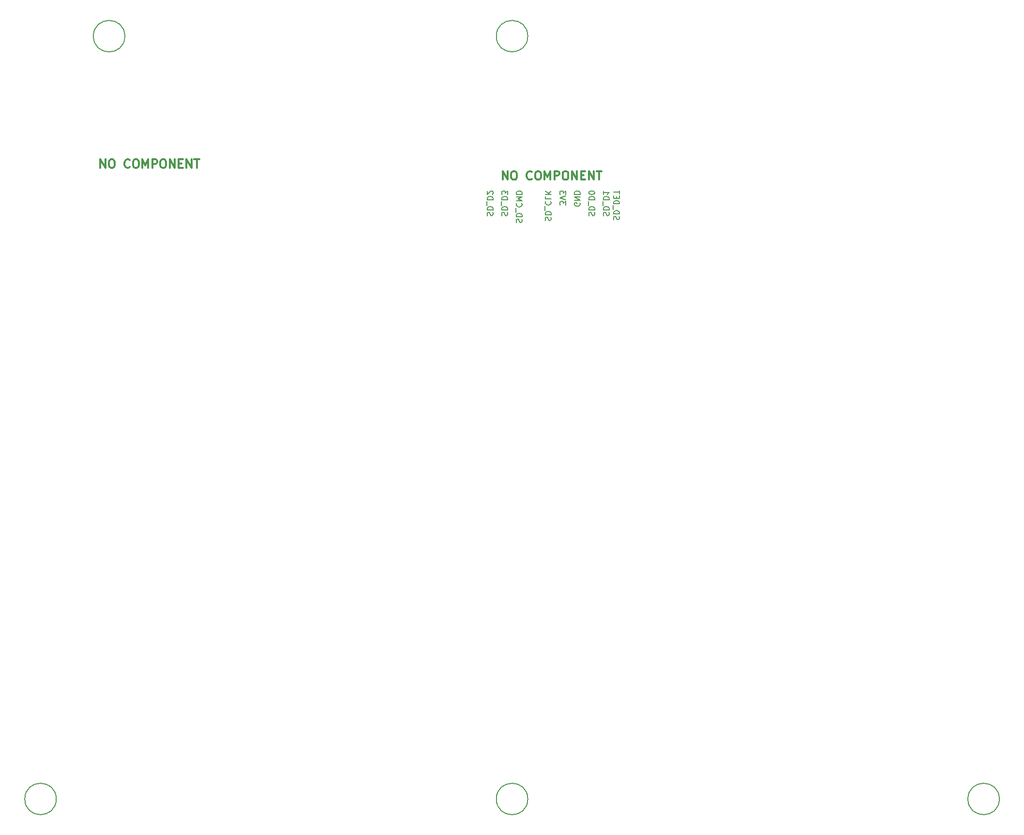
<source format=gbr>
G04 #@! TF.FileFunction,Other,Comment*
%FSLAX46Y46*%
G04 Gerber Fmt 4.6, Leading zero omitted, Abs format (unit mm)*
G04 Created by KiCad (PCBNEW (2016-11-19 revision b960404)-makepkg) date Tue Nov 29 21:53:07 2016*
%MOMM*%
%LPD*%
G01*
G04 APERTURE LIST*
%ADD10C,0.100000*%
%ADD11C,0.300000*%
%ADD12C,0.150000*%
G04 APERTURE END LIST*
D10*
D11*
X-1527855Y-23063591D02*
X-1527855Y-21563591D01*
X-670712Y-23063591D01*
X-670712Y-21563591D01*
X329288Y-21563591D02*
X615002Y-21563591D01*
X757860Y-21635020D01*
X900717Y-21777877D01*
X972145Y-22063591D01*
X972145Y-22563591D01*
X900717Y-22849305D01*
X757860Y-22992162D01*
X615002Y-23063591D01*
X329288Y-23063591D01*
X186431Y-22992162D01*
X43574Y-22849305D01*
X-27855Y-22563591D01*
X-27855Y-22063591D01*
X43574Y-21777877D01*
X186431Y-21635020D01*
X329288Y-21563591D01*
X3615002Y-22920734D02*
X3543574Y-22992162D01*
X3329288Y-23063591D01*
X3186431Y-23063591D01*
X2972145Y-22992162D01*
X2829288Y-22849305D01*
X2757860Y-22706448D01*
X2686431Y-22420734D01*
X2686431Y-22206448D01*
X2757860Y-21920734D01*
X2829288Y-21777877D01*
X2972145Y-21635020D01*
X3186431Y-21563591D01*
X3329288Y-21563591D01*
X3543574Y-21635020D01*
X3615002Y-21706448D01*
X4543574Y-21563591D02*
X4829288Y-21563591D01*
X4972145Y-21635020D01*
X5115002Y-21777877D01*
X5186431Y-22063591D01*
X5186431Y-22563591D01*
X5115002Y-22849305D01*
X4972145Y-22992162D01*
X4829288Y-23063591D01*
X4543574Y-23063591D01*
X4400717Y-22992162D01*
X4257860Y-22849305D01*
X4186431Y-22563591D01*
X4186431Y-22063591D01*
X4257860Y-21777877D01*
X4400717Y-21635020D01*
X4543574Y-21563591D01*
X5829288Y-23063591D02*
X5829288Y-21563591D01*
X6329288Y-22635020D01*
X6829288Y-21563591D01*
X6829288Y-23063591D01*
X7543574Y-23063591D02*
X7543574Y-21563591D01*
X8115002Y-21563591D01*
X8257860Y-21635020D01*
X8329288Y-21706448D01*
X8400717Y-21849305D01*
X8400717Y-22063591D01*
X8329288Y-22206448D01*
X8257860Y-22277877D01*
X8115002Y-22349305D01*
X7543574Y-22349305D01*
X9329288Y-21563591D02*
X9615002Y-21563591D01*
X9757860Y-21635020D01*
X9900717Y-21777877D01*
X9972145Y-22063591D01*
X9972145Y-22563591D01*
X9900717Y-22849305D01*
X9757860Y-22992162D01*
X9615002Y-23063591D01*
X9329288Y-23063591D01*
X9186431Y-22992162D01*
X9043574Y-22849305D01*
X8972145Y-22563591D01*
X8972145Y-22063591D01*
X9043574Y-21777877D01*
X9186431Y-21635020D01*
X9329288Y-21563591D01*
X10615002Y-23063591D02*
X10615002Y-21563591D01*
X11472145Y-23063591D01*
X11472145Y-21563591D01*
X12186431Y-22277877D02*
X12686431Y-22277877D01*
X12900717Y-23063591D02*
X12186431Y-23063591D01*
X12186431Y-21563591D01*
X12900717Y-21563591D01*
X13543574Y-23063591D02*
X13543574Y-21563591D01*
X14400717Y-23063591D01*
X14400717Y-21563591D01*
X14900717Y-21563591D02*
X15757860Y-21563591D01*
X15329288Y-23063591D02*
X15329288Y-21563591D01*
X68840305Y-25118451D02*
X68840305Y-23618451D01*
X69697448Y-25118451D01*
X69697448Y-23618451D01*
X70697448Y-23618451D02*
X70983162Y-23618451D01*
X71126020Y-23689880D01*
X71268877Y-23832737D01*
X71340305Y-24118451D01*
X71340305Y-24618451D01*
X71268877Y-24904165D01*
X71126020Y-25047022D01*
X70983162Y-25118451D01*
X70697448Y-25118451D01*
X70554591Y-25047022D01*
X70411734Y-24904165D01*
X70340305Y-24618451D01*
X70340305Y-24118451D01*
X70411734Y-23832737D01*
X70554591Y-23689880D01*
X70697448Y-23618451D01*
X73983162Y-24975594D02*
X73911734Y-25047022D01*
X73697448Y-25118451D01*
X73554591Y-25118451D01*
X73340305Y-25047022D01*
X73197448Y-24904165D01*
X73126020Y-24761308D01*
X73054591Y-24475594D01*
X73054591Y-24261308D01*
X73126020Y-23975594D01*
X73197448Y-23832737D01*
X73340305Y-23689880D01*
X73554591Y-23618451D01*
X73697448Y-23618451D01*
X73911734Y-23689880D01*
X73983162Y-23761308D01*
X74911734Y-23618451D02*
X75197448Y-23618451D01*
X75340305Y-23689880D01*
X75483162Y-23832737D01*
X75554591Y-24118451D01*
X75554591Y-24618451D01*
X75483162Y-24904165D01*
X75340305Y-25047022D01*
X75197448Y-25118451D01*
X74911734Y-25118451D01*
X74768877Y-25047022D01*
X74626020Y-24904165D01*
X74554591Y-24618451D01*
X74554591Y-24118451D01*
X74626020Y-23832737D01*
X74768877Y-23689880D01*
X74911734Y-23618451D01*
X76197448Y-25118451D02*
X76197448Y-23618451D01*
X76697448Y-24689880D01*
X77197448Y-23618451D01*
X77197448Y-25118451D01*
X77911734Y-25118451D02*
X77911734Y-23618451D01*
X78483162Y-23618451D01*
X78626020Y-23689880D01*
X78697448Y-23761308D01*
X78768877Y-23904165D01*
X78768877Y-24118451D01*
X78697448Y-24261308D01*
X78626020Y-24332737D01*
X78483162Y-24404165D01*
X77911734Y-24404165D01*
X79697448Y-23618451D02*
X79983162Y-23618451D01*
X80126020Y-23689880D01*
X80268877Y-23832737D01*
X80340305Y-24118451D01*
X80340305Y-24618451D01*
X80268877Y-24904165D01*
X80126020Y-25047022D01*
X79983162Y-25118451D01*
X79697448Y-25118451D01*
X79554591Y-25047022D01*
X79411734Y-24904165D01*
X79340305Y-24618451D01*
X79340305Y-24118451D01*
X79411734Y-23832737D01*
X79554591Y-23689880D01*
X79697448Y-23618451D01*
X80983162Y-25118451D02*
X80983162Y-23618451D01*
X81840305Y-25118451D01*
X81840305Y-23618451D01*
X82554591Y-24332737D02*
X83054591Y-24332737D01*
X83268877Y-25118451D02*
X82554591Y-25118451D01*
X82554591Y-23618451D01*
X83268877Y-23618451D01*
X83911734Y-25118451D02*
X83911734Y-23618451D01*
X84768877Y-25118451D01*
X84768877Y-23618451D01*
X85268877Y-23618451D02*
X86126020Y-23618451D01*
X85697448Y-25118451D02*
X85697448Y-23618451D01*
D12*
X88302298Y-32108456D02*
X88254679Y-31965599D01*
X88254679Y-31727503D01*
X88302298Y-31632265D01*
X88349917Y-31584646D01*
X88445155Y-31537027D01*
X88540393Y-31537027D01*
X88635631Y-31584646D01*
X88683250Y-31632265D01*
X88730869Y-31727503D01*
X88778488Y-31917980D01*
X88826107Y-32013218D01*
X88873726Y-32060837D01*
X88968964Y-32108456D01*
X89064202Y-32108456D01*
X89159440Y-32060837D01*
X89207060Y-32013218D01*
X89254679Y-31917980D01*
X89254679Y-31679884D01*
X89207060Y-31537027D01*
X88254679Y-31108456D02*
X89254679Y-31108456D01*
X89254679Y-30870360D01*
X89207060Y-30727503D01*
X89111821Y-30632265D01*
X89016583Y-30584646D01*
X88826107Y-30537027D01*
X88683250Y-30537027D01*
X88492774Y-30584646D01*
X88397536Y-30632265D01*
X88302298Y-30727503D01*
X88254679Y-30870360D01*
X88254679Y-31108456D01*
X88159440Y-30346551D02*
X88159440Y-29584646D01*
X88254679Y-29346551D02*
X89254679Y-29346551D01*
X89254679Y-29108456D01*
X89207060Y-28965599D01*
X89111821Y-28870360D01*
X89016583Y-28822741D01*
X88826107Y-28775122D01*
X88683250Y-28775122D01*
X88492774Y-28822741D01*
X88397536Y-28870360D01*
X88302298Y-28965599D01*
X88254679Y-29108456D01*
X88254679Y-29346551D01*
X88778488Y-28346551D02*
X88778488Y-28013218D01*
X88254679Y-27870360D02*
X88254679Y-28346551D01*
X89254679Y-28346551D01*
X89254679Y-27870360D01*
X89254679Y-27584646D02*
X89254679Y-27013218D01*
X88254679Y-27298932D02*
X89254679Y-27298932D01*
X82349060Y-29203694D02*
X82396679Y-29298932D01*
X82396679Y-29441789D01*
X82349060Y-29584646D01*
X82253821Y-29679884D01*
X82158583Y-29727503D01*
X81968107Y-29775122D01*
X81825250Y-29775122D01*
X81634774Y-29727503D01*
X81539536Y-29679884D01*
X81444298Y-29584646D01*
X81396679Y-29441789D01*
X81396679Y-29346551D01*
X81444298Y-29203694D01*
X81491917Y-29156075D01*
X81825250Y-29156075D01*
X81825250Y-29346551D01*
X81396679Y-28727503D02*
X82396679Y-28727503D01*
X81396679Y-28156075D01*
X82396679Y-28156075D01*
X81396679Y-27679884D02*
X82396679Y-27679884D01*
X82396679Y-27441789D01*
X82349060Y-27298932D01*
X82253821Y-27203694D01*
X82158583Y-27156075D01*
X81968107Y-27108456D01*
X81825250Y-27108456D01*
X81634774Y-27156075D01*
X81539536Y-27203694D01*
X81444298Y-27298932D01*
X81396679Y-27441789D01*
X81396679Y-27679884D01*
X79856679Y-29537027D02*
X79856679Y-28917980D01*
X79475726Y-29251313D01*
X79475726Y-29108456D01*
X79428107Y-29013218D01*
X79380488Y-28965599D01*
X79285250Y-28917980D01*
X79047155Y-28917980D01*
X78951917Y-28965599D01*
X78904298Y-29013218D01*
X78856679Y-29108456D01*
X78856679Y-29394170D01*
X78904298Y-29489408D01*
X78951917Y-29537027D01*
X79856679Y-28632265D02*
X78856679Y-28298932D01*
X79856679Y-27965599D01*
X79856679Y-27727503D02*
X79856679Y-27108456D01*
X79475726Y-27441789D01*
X79475726Y-27298932D01*
X79428107Y-27203694D01*
X79380488Y-27156075D01*
X79285250Y-27108456D01*
X79047155Y-27108456D01*
X78951917Y-27156075D01*
X78904298Y-27203694D01*
X78856679Y-27298932D01*
X78856679Y-27584646D01*
X78904298Y-27679884D01*
X78951917Y-27727503D01*
X83984298Y-31394170D02*
X83936679Y-31251313D01*
X83936679Y-31013218D01*
X83984298Y-30917980D01*
X84031917Y-30870360D01*
X84127155Y-30822741D01*
X84222393Y-30822741D01*
X84317631Y-30870360D01*
X84365250Y-30917980D01*
X84412869Y-31013218D01*
X84460488Y-31203694D01*
X84508107Y-31298932D01*
X84555726Y-31346551D01*
X84650964Y-31394170D01*
X84746202Y-31394170D01*
X84841440Y-31346551D01*
X84889060Y-31298932D01*
X84936679Y-31203694D01*
X84936679Y-30965599D01*
X84889060Y-30822741D01*
X83936679Y-30394170D02*
X84936679Y-30394170D01*
X84936679Y-30156075D01*
X84889060Y-30013218D01*
X84793821Y-29917980D01*
X84698583Y-29870360D01*
X84508107Y-29822741D01*
X84365250Y-29822741D01*
X84174774Y-29870360D01*
X84079536Y-29917980D01*
X83984298Y-30013218D01*
X83936679Y-30156075D01*
X83936679Y-30394170D01*
X83841440Y-29632265D02*
X83841440Y-28870360D01*
X83936679Y-28632265D02*
X84936679Y-28632265D01*
X84936679Y-28394170D01*
X84889060Y-28251313D01*
X84793821Y-28156075D01*
X84698583Y-28108456D01*
X84508107Y-28060837D01*
X84365250Y-28060837D01*
X84174774Y-28108456D01*
X84079536Y-28156075D01*
X83984298Y-28251313D01*
X83936679Y-28394170D01*
X83936679Y-28632265D01*
X84936679Y-27441789D02*
X84936679Y-27346551D01*
X84889060Y-27251313D01*
X84841440Y-27203694D01*
X84746202Y-27156075D01*
X84555726Y-27108456D01*
X84317631Y-27108456D01*
X84127155Y-27156075D01*
X84031917Y-27203694D01*
X83984298Y-27251313D01*
X83936679Y-27346551D01*
X83936679Y-27441789D01*
X83984298Y-27537027D01*
X84031917Y-27584646D01*
X84127155Y-27632265D01*
X84317631Y-27679884D01*
X84555726Y-27679884D01*
X84746202Y-27632265D01*
X84841440Y-27584646D01*
X84889060Y-27537027D01*
X84936679Y-27441789D01*
X86524298Y-31394170D02*
X86476679Y-31251313D01*
X86476679Y-31013218D01*
X86524298Y-30917980D01*
X86571917Y-30870360D01*
X86667155Y-30822741D01*
X86762393Y-30822741D01*
X86857631Y-30870360D01*
X86905250Y-30917980D01*
X86952869Y-31013218D01*
X87000488Y-31203694D01*
X87048107Y-31298932D01*
X87095726Y-31346551D01*
X87190964Y-31394170D01*
X87286202Y-31394170D01*
X87381440Y-31346551D01*
X87429060Y-31298932D01*
X87476679Y-31203694D01*
X87476679Y-30965599D01*
X87429060Y-30822741D01*
X86476679Y-30394170D02*
X87476679Y-30394170D01*
X87476679Y-30156075D01*
X87429060Y-30013218D01*
X87333821Y-29917980D01*
X87238583Y-29870360D01*
X87048107Y-29822741D01*
X86905250Y-29822741D01*
X86714774Y-29870360D01*
X86619536Y-29917980D01*
X86524298Y-30013218D01*
X86476679Y-30156075D01*
X86476679Y-30394170D01*
X86381440Y-29632265D02*
X86381440Y-28870360D01*
X86476679Y-28632265D02*
X87476679Y-28632265D01*
X87476679Y-28394170D01*
X87429060Y-28251313D01*
X87333821Y-28156075D01*
X87238583Y-28108456D01*
X87048107Y-28060837D01*
X86905250Y-28060837D01*
X86714774Y-28108456D01*
X86619536Y-28156075D01*
X86524298Y-28251313D01*
X86476679Y-28394170D01*
X86476679Y-28632265D01*
X86476679Y-27108456D02*
X86476679Y-27679884D01*
X86476679Y-27394170D02*
X87476679Y-27394170D01*
X87333821Y-27489408D01*
X87238583Y-27584646D01*
X87190964Y-27679884D01*
X76364298Y-32251313D02*
X76316679Y-32108456D01*
X76316679Y-31870360D01*
X76364298Y-31775122D01*
X76411917Y-31727503D01*
X76507155Y-31679884D01*
X76602393Y-31679884D01*
X76697631Y-31727503D01*
X76745250Y-31775122D01*
X76792869Y-31870360D01*
X76840488Y-32060837D01*
X76888107Y-32156075D01*
X76935726Y-32203694D01*
X77030964Y-32251313D01*
X77126202Y-32251313D01*
X77221440Y-32203694D01*
X77269060Y-32156075D01*
X77316679Y-32060837D01*
X77316679Y-31822741D01*
X77269060Y-31679884D01*
X76316679Y-31251313D02*
X77316679Y-31251313D01*
X77316679Y-31013218D01*
X77269060Y-30870360D01*
X77173821Y-30775122D01*
X77078583Y-30727503D01*
X76888107Y-30679884D01*
X76745250Y-30679884D01*
X76554774Y-30727503D01*
X76459536Y-30775122D01*
X76364298Y-30870360D01*
X76316679Y-31013218D01*
X76316679Y-31251313D01*
X76221440Y-30489408D02*
X76221440Y-29727503D01*
X76411917Y-28917980D02*
X76364298Y-28965599D01*
X76316679Y-29108456D01*
X76316679Y-29203694D01*
X76364298Y-29346551D01*
X76459536Y-29441789D01*
X76554774Y-29489408D01*
X76745250Y-29537027D01*
X76888107Y-29537027D01*
X77078583Y-29489408D01*
X77173821Y-29441789D01*
X77269060Y-29346551D01*
X77316679Y-29203694D01*
X77316679Y-29108456D01*
X77269060Y-28965599D01*
X77221440Y-28917980D01*
X76316679Y-28013218D02*
X76316679Y-28489408D01*
X77316679Y-28489408D01*
X76316679Y-27679884D02*
X77316679Y-27679884D01*
X76316679Y-27108456D02*
X76888107Y-27537027D01*
X77316679Y-27108456D02*
X76745250Y-27679884D01*
X71284298Y-32584646D02*
X71236679Y-32441789D01*
X71236679Y-32203694D01*
X71284298Y-32108456D01*
X71331917Y-32060837D01*
X71427155Y-32013218D01*
X71522393Y-32013218D01*
X71617631Y-32060837D01*
X71665250Y-32108456D01*
X71712869Y-32203694D01*
X71760488Y-32394170D01*
X71808107Y-32489408D01*
X71855726Y-32537027D01*
X71950964Y-32584646D01*
X72046202Y-32584646D01*
X72141440Y-32537027D01*
X72189060Y-32489408D01*
X72236679Y-32394170D01*
X72236679Y-32156075D01*
X72189060Y-32013218D01*
X71236679Y-31584646D02*
X72236679Y-31584646D01*
X72236679Y-31346551D01*
X72189060Y-31203694D01*
X72093821Y-31108456D01*
X71998583Y-31060837D01*
X71808107Y-31013218D01*
X71665250Y-31013218D01*
X71474774Y-31060837D01*
X71379536Y-31108456D01*
X71284298Y-31203694D01*
X71236679Y-31346551D01*
X71236679Y-31584646D01*
X71141440Y-30822741D02*
X71141440Y-30060837D01*
X71331917Y-29251313D02*
X71284298Y-29298932D01*
X71236679Y-29441789D01*
X71236679Y-29537027D01*
X71284298Y-29679884D01*
X71379536Y-29775122D01*
X71474774Y-29822741D01*
X71665250Y-29870360D01*
X71808107Y-29870360D01*
X71998583Y-29822741D01*
X72093821Y-29775122D01*
X72189060Y-29679884D01*
X72236679Y-29537027D01*
X72236679Y-29441789D01*
X72189060Y-29298932D01*
X72141440Y-29251313D01*
X71236679Y-28822741D02*
X72236679Y-28822741D01*
X71522393Y-28489408D01*
X72236679Y-28156075D01*
X71236679Y-28156075D01*
X71236679Y-27679884D02*
X72236679Y-27679884D01*
X72236679Y-27441789D01*
X72189060Y-27298932D01*
X72093821Y-27203694D01*
X71998583Y-27156075D01*
X71808107Y-27108456D01*
X71665250Y-27108456D01*
X71474774Y-27156075D01*
X71379536Y-27203694D01*
X71284298Y-27298932D01*
X71236679Y-27441789D01*
X71236679Y-27679884D01*
X66204298Y-31394170D02*
X66156679Y-31251313D01*
X66156679Y-31013218D01*
X66204298Y-30917980D01*
X66251917Y-30870360D01*
X66347155Y-30822741D01*
X66442393Y-30822741D01*
X66537631Y-30870360D01*
X66585250Y-30917980D01*
X66632869Y-31013218D01*
X66680488Y-31203694D01*
X66728107Y-31298932D01*
X66775726Y-31346551D01*
X66870964Y-31394170D01*
X66966202Y-31394170D01*
X67061440Y-31346551D01*
X67109060Y-31298932D01*
X67156679Y-31203694D01*
X67156679Y-30965599D01*
X67109060Y-30822741D01*
X66156679Y-30394170D02*
X67156679Y-30394170D01*
X67156679Y-30156075D01*
X67109060Y-30013218D01*
X67013821Y-29917980D01*
X66918583Y-29870360D01*
X66728107Y-29822741D01*
X66585250Y-29822741D01*
X66394774Y-29870360D01*
X66299536Y-29917980D01*
X66204298Y-30013218D01*
X66156679Y-30156075D01*
X66156679Y-30394170D01*
X66061440Y-29632265D02*
X66061440Y-28870360D01*
X66156679Y-28632265D02*
X67156679Y-28632265D01*
X67156679Y-28394170D01*
X67109060Y-28251313D01*
X67013821Y-28156075D01*
X66918583Y-28108456D01*
X66728107Y-28060837D01*
X66585250Y-28060837D01*
X66394774Y-28108456D01*
X66299536Y-28156075D01*
X66204298Y-28251313D01*
X66156679Y-28394170D01*
X66156679Y-28632265D01*
X67061440Y-27679884D02*
X67109060Y-27632265D01*
X67156679Y-27537027D01*
X67156679Y-27298932D01*
X67109060Y-27203694D01*
X67061440Y-27156075D01*
X66966202Y-27108456D01*
X66870964Y-27108456D01*
X66728107Y-27156075D01*
X66156679Y-27727503D01*
X66156679Y-27108456D01*
X68744298Y-31394170D02*
X68696679Y-31251313D01*
X68696679Y-31013218D01*
X68744298Y-30917980D01*
X68791917Y-30870360D01*
X68887155Y-30822741D01*
X68982393Y-30822741D01*
X69077631Y-30870360D01*
X69125250Y-30917980D01*
X69172869Y-31013218D01*
X69220488Y-31203694D01*
X69268107Y-31298932D01*
X69315726Y-31346551D01*
X69410964Y-31394170D01*
X69506202Y-31394170D01*
X69601440Y-31346551D01*
X69649060Y-31298932D01*
X69696679Y-31203694D01*
X69696679Y-30965599D01*
X69649060Y-30822741D01*
X68696679Y-30394170D02*
X69696679Y-30394170D01*
X69696679Y-30156075D01*
X69649060Y-30013218D01*
X69553821Y-29917980D01*
X69458583Y-29870360D01*
X69268107Y-29822741D01*
X69125250Y-29822741D01*
X68934774Y-29870360D01*
X68839536Y-29917980D01*
X68744298Y-30013218D01*
X68696679Y-30156075D01*
X68696679Y-30394170D01*
X68601440Y-29632265D02*
X68601440Y-28870360D01*
X68696679Y-28632265D02*
X69696679Y-28632265D01*
X69696679Y-28394170D01*
X69649060Y-28251313D01*
X69553821Y-28156075D01*
X69458583Y-28108456D01*
X69268107Y-28060837D01*
X69125250Y-28060837D01*
X68934774Y-28108456D01*
X68839536Y-28156075D01*
X68744298Y-28251313D01*
X68696679Y-28394170D01*
X68696679Y-28632265D01*
X69696679Y-27727503D02*
X69696679Y-27108456D01*
X69315726Y-27441789D01*
X69315726Y-27298932D01*
X69268107Y-27203694D01*
X69220488Y-27156075D01*
X69125250Y-27108456D01*
X68887155Y-27108456D01*
X68791917Y-27156075D01*
X68744298Y-27203694D01*
X68696679Y-27298932D01*
X68696679Y-27584646D01*
X68744298Y-27679884D01*
X68791917Y-27727503D01*
X73250240Y-133502400D02*
G75*
G03X73250240Y-133502400I-2750000J0D01*
G01*
X73250240Y0D02*
G75*
G03X73250240Y0I-2750000J0D01*
G01*
X-9248960Y-133499860D02*
G75*
G03X-9248960Y-133499860I-2750000J0D01*
G01*
X155749440Y-133502400D02*
G75*
G03X155749440Y-133502400I-2750000J0D01*
G01*
X2750000Y0D02*
G75*
G03X2750000Y0I-2750000J0D01*
G01*
M02*

</source>
